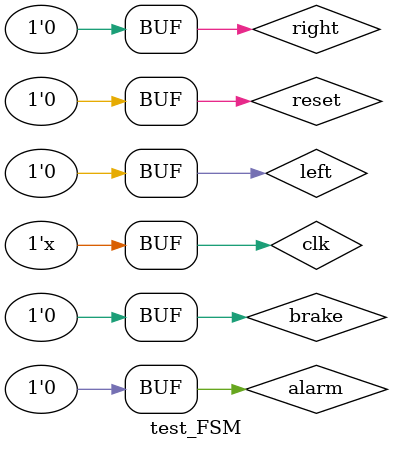
<source format=sv>
`timescale 1ms/1us // time unit / compiler time precision 

module test_FSM();

// set up variables 
reg clk, reset, left, right, brake, alarm;

// output variables
wire la, lb, lc, ra, rb, rc;

// module under test 
FSM fsm(
	.clk(clk),
	.reset(reset),
	.left(left),
	.right(right),
	.brake(brake),
	.alarm(alarm),
	.la(la),
	.lb(lb),
	.lc(lc),
	.ra(ra),
	.rb(rb),
	.rc(rc)
);

// Init Clock of period (10*TimeUnit)/2
always #500 clk = ~clk;

initial 
	begin 
		clk = 1'b0;
		left = 1'b0;
		right = 1'b0;
		
		// start with state S0 
		reset = 1'b1;
		#1200
		
		// turn left
		reset = 1'b0;
		left = 1'b1;
		#1000
		left = 1'b0;
		#1000
		
		// turn right
		right = 1'b1;
		#1000
		right = 1'b0;
		#1000
		
		// turn both direction
		left = 1'b1;
		right = 1'b1;
		#1500
		
		// quit left so should turn on only right
		left = 1'b0;
		#1100
		
		// resetting mid turning signal
		reset = 1'b1;
		#1200
		right = 1'b0;
		#1200;
		
		// testing brake
		reset = 1'b0;
		#1200
		brake = 1'b1;
		#600
		brake = 1'b0;
		#600
		brake = 1'b1;
		#2000
		
		// testing alarm
		brake = 1'b0;
		#1800
		alarm = 1'b1;
		#4000
		alarm = 1'b0;
		#1200;
	end
endmodule 
		
		
		
		
		
		
		

	
</source>
